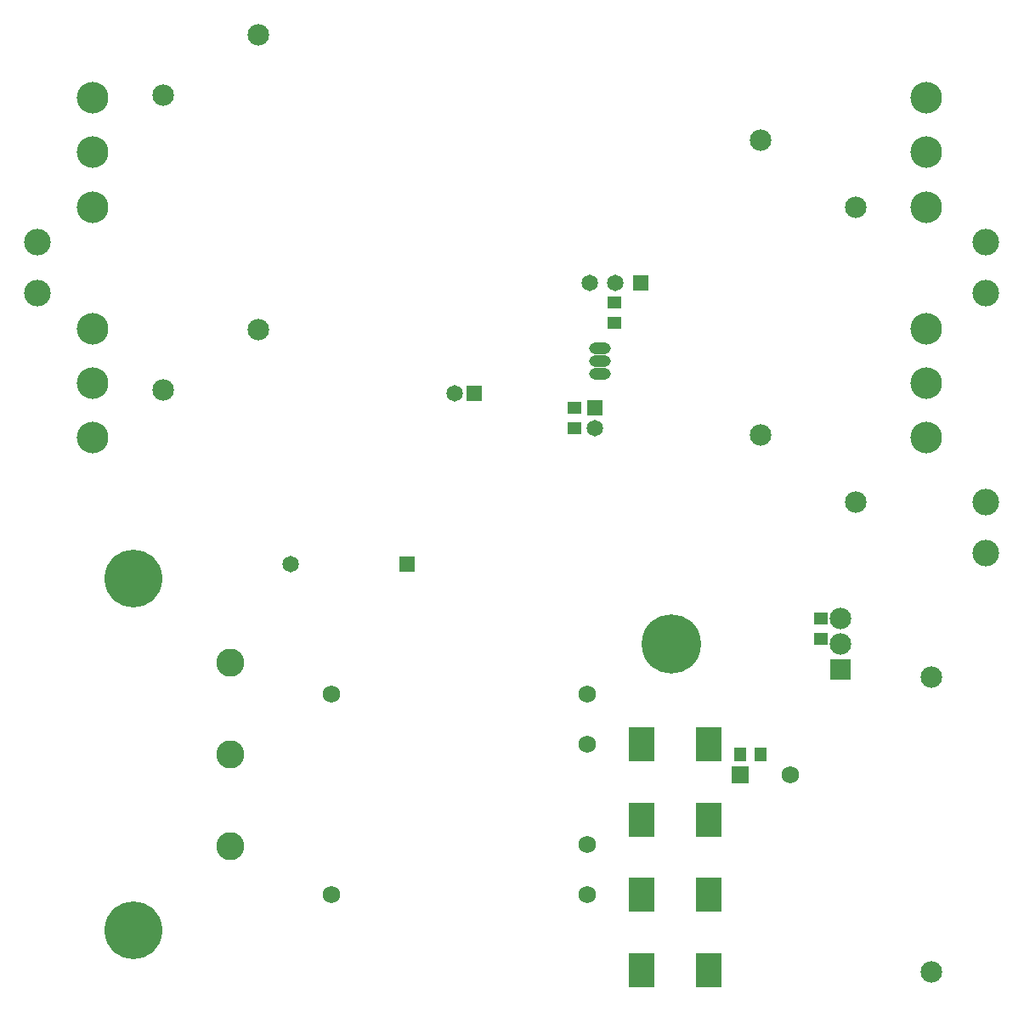
<source format=gbs>
G04*
G04 #@! TF.GenerationSoftware,Altium Limited,Altium Designer,20.0.10 (225)*
G04*
G04 Layer_Color=16711935*
%FSLAX44Y44*%
%MOMM*%
G71*
G01*
G75*
%ADD15R,1.4000X1.1500*%
%ADD16R,1.1500X1.4000*%
%ADD18C,1.7500*%
%ADD19C,1.6500*%
%ADD20R,1.6500X1.6500*%
%ADD21R,1.6500X1.6500*%
%ADD22O,2.1500X1.1500*%
%ADD23O,2.1500X1.1500*%
%ADD24C,2.1500*%
%ADD25R,1.7500X1.7500*%
%ADD26C,5.7500*%
%ADD27C,2.8000*%
%ADD28C,2.6500*%
%ADD29C,3.1500*%
%ADD30C,5.9000*%
%ADD31R,2.1500X2.1500*%
%ADD59R,2.6000X3.3500*%
D15*
X600000Y680000D02*
D03*
Y700000D02*
D03*
X560000Y595000D02*
D03*
Y575000D02*
D03*
X805000Y385000D02*
D03*
Y365000D02*
D03*
D16*
X725000Y250000D02*
D03*
X745000D02*
D03*
D18*
X317500Y110000D02*
D03*
Y310000D02*
D03*
X572500Y110000D02*
D03*
Y310000D02*
D03*
Y160000D02*
D03*
Y260000D02*
D03*
X775000Y230000D02*
D03*
D19*
X575000Y720000D02*
D03*
X600400D02*
D03*
X440000Y610000D02*
D03*
X580000Y575000D02*
D03*
X276750Y440000D02*
D03*
D20*
X625800Y720000D02*
D03*
X460000Y610000D02*
D03*
X393250Y440000D02*
D03*
D21*
X580000Y595000D02*
D03*
D22*
X585000Y655000D02*
D03*
D23*
Y642300D02*
D03*
Y629600D02*
D03*
D24*
X745000Y862000D02*
D03*
Y568000D02*
D03*
X840000Y501000D02*
D03*
Y795000D02*
D03*
X915000Y33000D02*
D03*
Y327000D02*
D03*
X245000Y967000D02*
D03*
Y673000D02*
D03*
X150000Y613000D02*
D03*
Y907000D02*
D03*
X825000Y359600D02*
D03*
Y385000D02*
D03*
D25*
X725000Y230000D02*
D03*
D26*
X120000Y425000D02*
D03*
Y75000D02*
D03*
D27*
X216500Y158600D02*
D03*
X216500Y250000D02*
D03*
X216500Y341400D02*
D03*
D28*
X970000Y709600D02*
D03*
Y760400D02*
D03*
X25000Y709600D02*
D03*
Y760400D02*
D03*
X970000Y450200D02*
D03*
Y501000D02*
D03*
D29*
X80000Y795500D02*
D03*
Y850000D02*
D03*
Y904500D02*
D03*
X910000Y674500D02*
D03*
Y620000D02*
D03*
Y565500D02*
D03*
X80000Y565500D02*
D03*
Y620000D02*
D03*
Y674500D02*
D03*
X910000Y904500D02*
D03*
Y850000D02*
D03*
Y795500D02*
D03*
D30*
X656720Y359600D02*
D03*
D31*
X825000Y334200D02*
D03*
D59*
X626500Y110000D02*
D03*
X693500D02*
D03*
X626500Y260000D02*
D03*
X693500D02*
D03*
X626500Y185000D02*
D03*
X693500D02*
D03*
Y35000D02*
D03*
X626500D02*
D03*
M02*

</source>
